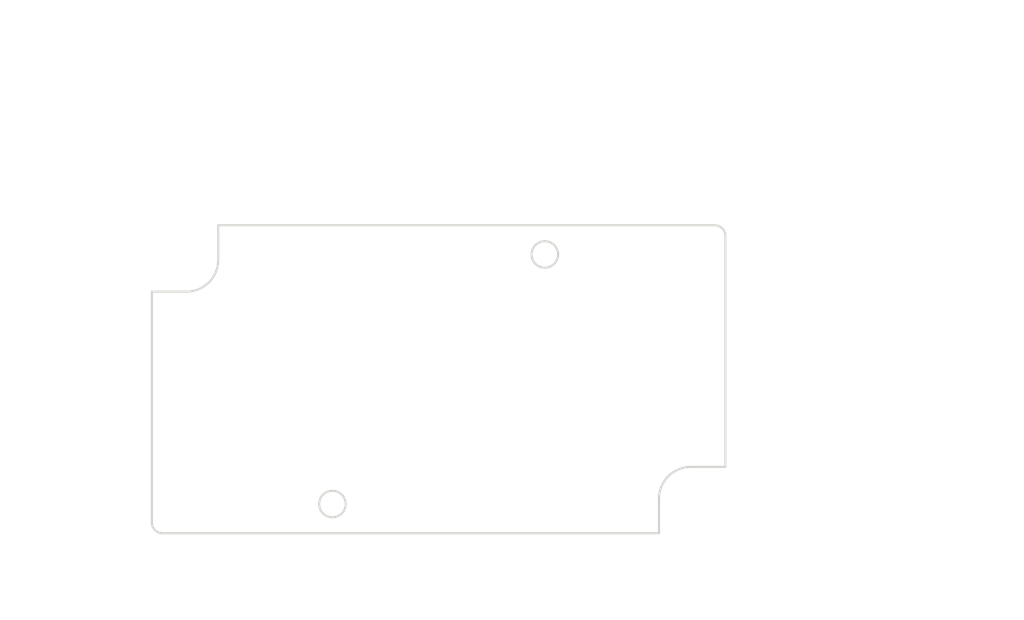
<source format=kicad_pcb>
(kicad_pcb (version 20221018) (generator pcbnew)

  (general
    (thickness 1.6)
  )

  (paper "A4")
  (layers
    (0 "F.Cu" signal)
    (31 "B.Cu" signal)
    (32 "B.Adhes" user "B.Adhesive")
    (33 "F.Adhes" user "F.Adhesive")
    (34 "B.Paste" user)
    (35 "F.Paste" user)
    (36 "B.SilkS" user "B.Silkscreen")
    (37 "F.SilkS" user "F.Silkscreen")
    (38 "B.Mask" user)
    (39 "F.Mask" user)
    (40 "Dwgs.User" user "User.Drawings")
    (41 "Cmts.User" user "User.Comments")
    (42 "Eco1.User" user "User.Eco1")
    (43 "Eco2.User" user "User.Eco2")
    (44 "Edge.Cuts" user)
    (45 "Margin" user)
    (46 "B.CrtYd" user "B.Courtyard")
    (47 "F.CrtYd" user "F.Courtyard")
    (48 "B.Fab" user)
    (49 "F.Fab" user)
  )

  (setup
    (pad_to_mask_clearance 0.051)
    (solder_mask_min_width 0.25)
    (pcbplotparams
      (layerselection 0x00010fc_ffffffff)
      (plot_on_all_layers_selection 0x0000000_00000000)
      (disableapertmacros false)
      (usegerberextensions false)
      (usegerberattributes false)
      (usegerberadvancedattributes false)
      (creategerberjobfile false)
      (dashed_line_dash_ratio 12.000000)
      (dashed_line_gap_ratio 3.000000)
      (svgprecision 4)
      (plotframeref false)
      (viasonmask false)
      (mode 1)
      (useauxorigin false)
      (hpglpennumber 1)
      (hpglpenspeed 20)
      (hpglpendiameter 15.000000)
      (dxfpolygonmode true)
      (dxfimperialunits true)
      (dxfusepcbnewfont true)
      (psnegative false)
      (psa4output false)
      (plotreference true)
      (plotvalue true)
      (plotinvisibletext false)
      (sketchpadsonfab false)
      (subtractmaskfromsilk false)
      (outputformat 1)
      (mirror false)
      (drillshape 1)
      (scaleselection 1)
      (outputdirectory "")
    )
  )

  (net 0 "")

  (gr_line (start 133.378012 115.674606) (end 109.253697 115.674606)
    (stroke (width 0.2) (type solid)) (layer "Dwgs.User") (tstamp 00881f35-b179-4948-8447-97900cbcd1a8))
  (gr_line (start 171.378012 89.424606) (end 171.378012 82.129215)
    (stroke (width 0.2) (type solid)) (layer "Dwgs.User") (tstamp 07e9942d-bcaf-4689-96e7-583481c2b905))
  (gr_line (start 152.378012 123.349605) (end 145.922623 123.349605)
    (stroke (width 0.2) (type solid)) (layer "Dwgs.User") (tstamp 0b27d066-dbc5-473d-a9dc-9ffc04c2efeb))
  (gr_line (start 172.378012 112.174606) (end 190.055546 112.174606)
    (stroke (width 0.2) (type solid)) (layer "Dwgs.User") (tstamp 116ca442-14c6-420b-9f02-84c530102c0c))
  (gr_line (start 171.378012 89.424606) (end 171.378012 68.315104)
    (stroke (width 0.2) (type solid)) (layer "Dwgs.User") (tstamp 17477937-582c-434c-90f3-c056df863998))
  (gr_line (start 171.378012 89.424606) (end 185.253629 89.424606)
    (stroke (width 0.2) (type solid)) (layer "Dwgs.User") (tstamp 1927c668-fda3-4f25-a87a-5734b3965d10))
  (gr_line (start 169.378012 77.694251) (end 146.8069 77.694251)
    (stroke (width 0.2) (type solid)) (layer "Dwgs.User") (tstamp 1bd56bac-b4ad-4da6-a81e-cc7c5a62732e))
  (gr_line (start 182.078629 100.146939) (end 180.078629 100.146939)
    (stroke (width 0.2) (type solid)) (layer "Dwgs.User") (tstamp 3941e226-055a-4b28-bcab-2137bb52c7dd))
  (gr_line (start 186.880546 91.424606) (end 186.880546 97.242171)
    (stroke (width 0.2) (type solid)) (layer "Dwgs.User") (tstamp 3a73ebb3-fbe4-4be8-b9b7-3b85aa907233))
  (gr_line (start 136.378012 123.349605) (end 137.833401 123.349605)
    (stroke (width 0.2) (type solid)) (layer "Dwgs.User") (tstamp 3d4577dc-7f92-420f-8c25-5718b007ea06))
  (gr_line (start 154.378012 93.174606) (end 154.378012 126.524605)
    (stroke (width 0.2) (type solid)) (layer "Dwgs.User") (tstamp 4035d9c9-0ba2-42d0-b7c2-3d2b4cdef1fa))
  (gr_line (start 126.276396 96.809308) (end 124.662572 95.627964)
    (stroke (width 0.2) (type solid)) (layer "Dwgs.User") (tstamp 40946293-6611-4ee5-9997-45f73f39a7e5))
  (gr_line (start 154.378012 91.174606) (end 154.378012 82.129215)
    (stroke (width 0.2) (type solid)) (layer "Dwgs.User") (tstamp 40c24cf0-f890-4bca-b5fd-3660ee058a1c))
  (gr_line (start 171.378012 89.424606) (end 198.649876 89.424606)
    (stroke (width 0.2) (type solid)) (layer "Dwgs.User") (tstamp 54214f6a-38b2-4d76-9ff3-a9d0a6f8b3e1))
  (gr_line (start 119.378012 71.490104) (end 145.083401 71.490104)
    (stroke (width 0.2) (type solid)) (layer "Dwgs.User") (tstamp 5b0b73dd-385a-4a0d-9618-b9d0946bee6b))
  (gr_line (start 117.378012 94.674606) (end 117.378012 68.315104)
    (stroke (width 0.2) (type solid)) (layer "Dwgs.User") (tstamp 62544283-d4ab-4226-bf71-17a67da151b3))
  (gr_line (start 182.078629 94.174606) (end 182.078629 100.146939)
    (stroke (width 0.2) (type solid)) (layer "Dwgs.User") (tstamp 7758ecde-5cc7-4315-9756-feeac6aeb7d3))
  (gr_line (start 182.078629 87.424606) (end 182.078629 85.424606)
    (stroke (width 0.2) (type solid)) (layer "Dwgs.User") (tstamp 7882dd7f-c04e-455d-b9d1-c2137aeeac68))
  (gr_line (start 156.378012 85.304215) (end 156.903866 85.304215)
    (stroke (width 0.2) (type solid)) (layer "Dwgs.User") (tstamp 78c48278-4339-4b50-aaa1-9ea58b30479b))
  (gr_line (start 169.378012 71.490104) (end 153.172623 71.490104)
    (stroke (width 0.2) (type solid)) (layer "Dwgs.User") (tstamp 8522dc92-4f17-4852-98e3-5840f3efa78d))
  (gr_line (start 125.628012 77.694251) (end 138.699124 77.694251)
    (stroke (width 0.2) (type solid)) (layer "Dwgs.User") (tstamp 88dcb327-7679-4e59-abea-33ba8dfbba45))
  (gr_line (start 112.428697 113.674606) (end 112.428697 107.482621)
    (stroke (width 0.2) (type solid)) (layer "Dwgs.User") (tstamp 97ac02a3-d3c6-424d-91c6-b6a25ebf71c0))
  (gr_line (start 134.378012 116.674606) (end 134.378012 126.524605)
    (stroke (width 0.2) (type solid)) (layer "Dwgs.User") (tstamp 99141f79-c4cc-484c-bfeb-2ffba4da397e))
  (gr_line (start 171.378012 89.424606) (end 190.055546 89.424606)
    (stroke (width 0.2) (type solid)) (layer "Dwgs.User") (tstamp b579960a-40b1-4e42-98d5-c72872786c6c))
  (gr_line (start 166.128012 118.424606) (end 198.649876 118.424606)
    (stroke (width 0.2) (type solid)) (layer "Dwgs.User") (tstamp c11169cb-ec56-4b65-ba74-8233f75dec3c))
  (gr_line (start 195.474876 91.424606) (end 195.474876 103.734231)
    (stroke (width 0.2) (type solid)) (layer "Dwgs.User") (tstamp ccab7d19-a990-46d3-9d2a-77a542527c02))
  (gr_line (start 155.378012 92.174606) (end 185.253629 92.174606)
    (stroke (width 0.2) (type solid)) (layer "Dwgs.User") (tstamp cd4964e1-83d9-4356-ad3b-8d4abc34cd64))
  (gr_line (start 195.474876 116.424606) (end 195.474876 110.849102)
    (stroke (width 0.2) (type solid)) (layer "Dwgs.User") (tstamp ce9cc7a4-c26d-44ce-b81c-01ac6a00add5))
  (gr_line (start 112.048943 119.926438) (end 114.048943 119.926438)
    (stroke (width 0.2) (type solid)) (layer "Dwgs.User") (tstamp cf1e92cd-34ff-4c34-a92a-c1e9eeaf2e4d))
  (gr_line (start 128.276396 96.809308) (end 126.276396 96.809308)
    (stroke (width 0.2) (type solid)) (layer "Dwgs.User") (tstamp d6e72091-733b-4076-90d5-570dbc806d5e))
  (gr_line (start 171.378012 89.424606) (end 171.378012 74.519251)
    (stroke (width 0.2) (type solid)) (layer "Dwgs.User") (tstamp e0b12ba5-08f5-4dc2-87f0-d6501eacce7a))
  (gr_line (start 169.378012 85.304215) (end 164.993088 85.304215)
    (stroke (width 0.2) (type solid)) (layer "Dwgs.User") (tstamp e5979251-8793-41fb-9423-7773095b93bb))
  (gr_line (start 112.428697 94.174606) (end 112.428697 100.366591)
    (stroke (width 0.2) (type solid)) (layer "Dwgs.User") (tstamp f2c4582d-137a-49a0-9540-be97273752a5))
  (gr_line (start 123.628012 88.424606) (end 123.628012 74.519251)
    (stroke (width 0.2) (type solid)) (layer "Dwgs.User") (tstamp f2f4575e-7e88-4c2e-a465-db1f1aeb3d73))
  (gr_line (start 186.880546 110.174606) (end 186.880546 104.357041)
    (stroke (width 0.2) (type solid)) (layer "Dwgs.User") (tstamp f67f1e0f-e121-4308-8911-bcf514794e7e))
  (gr_line (start 114.048943 119.926438) (end 115.780571 118.925705)
    (stroke (width 0.2) (type solid)) (layer "Dwgs.User") (tstamp f6d46034-4104-42e5-9972-f7efa9ccae90))
  (gr_line (start 153.378012 92.174606) (end 109.253697 92.174606)
    (stroke (width 0.2) (type solid)) (layer "Dwgs.User") (tstamp fe885134-41aa-4109-a4e8-64b80bc5cede))
  (gr_line (start 123.628012 89.424606) (end 170.378012 89.424606)
    (stroke (width 0.2) (type solid)) (layer "Edge.Cuts") (tstamp 1e8c3c4e-a684-4a8b-8f0d-bcdf7986f27c))
  (gr_circle (center 154.378012 92.174606) (end 155.628012 92.174606)
    (stroke (width 0.2) (type solid)) (fill none) (layer "Edge.Cuts") (tstamp 31c3284f-4ed8-4749-9a38-fdbcc1bf9936))
  (gr_line (start 171.378012 90.424606) (end 171.378012 112.174606)
    (stroke (width 0.2) (type solid)) (layer "Edge.Cuts") (tstamp 3362e563-375b-4567-9234-e18cdbaaad54))
  (gr_arc (start 123.628012 92.674606) (mid 122.749332 94.795926) (end 120.628012 95.674606)
    (stroke (width 0.2) (type solid)) (layer "Edge.Cuts") (tstamp 3ddb73cb-add9-4c13-8ac0-a7451e8f0e41))
  (gr_line (start 165.128012 118.424606) (end 118.378012 118.424606)
    (stroke (width 0.2) (type solid)) (layer "Edge.Cuts") (tstamp 4b45b639-08ea-4cc1-8ae9-9646b67093ce))
  (gr_line (start 165.128012 115.174606) (end 165.128012 118.424606)
    (stroke (width 0.2) (type solid)) (layer "Edge.Cuts") (tstamp 936ac344-7e40-4399-b532-d41b76d449f9))
  (gr_line (start 117.378012 95.674606) (end 120.628012 95.674606)
    (stroke (width 0.2) (type solid)) (layer "Edge.Cuts") (tstamp af12ab5e-36df-4271-8f90-fa80c8f7e078))
  (gr_arc (start 118.378012 118.424606) (mid 117.670905 118.131713) (end 117.378012 117.424606)
    (stroke (width 0.2) (type solid)) (layer "Edge.Cuts") (tstamp c1720bd9-4425-4f0d-a9bb-3fc701ee6691))
  (gr_line (start 123.628012 92.674606) (end 123.628012 89.424606)
    (stroke (width 0.2) (type solid)) (layer "Edge.Cuts") (tstamp c33e93eb-f4da-4927-951c-0e89f829ae5f))
  (gr_circle (center 134.378012 115.674606) (end 135.628012 115.674606)
    (stroke (width 0.2) (type solid)) (fill none) (layer "Edge.Cuts") (tstamp dfe877eb-94fa-4ae8-96c0-a76b8b49a521))
  (gr_arc (start 170.378012 89.424606) (mid 171.085119 89.717499) (end 171.378012 90.424606)
    (stroke (width 0.2) (type solid)) (layer "Edge.Cuts") (tstamp e09fef6b-f476-47f7-878f-c00100f41f9b))
  (gr_line (start 117.378012 117.424606) (end 117.378012 95.674606)
    (stroke (width 0.2) (type solid)) (layer "Edge.Cuts") (tstamp f03f16e7-8289-46f1-be1d-84a1c257a156))
  (gr_arc (start 165.128012 115.174606) (mid 166.006692 113.053286) (end 168.128012 112.174606)
    (stroke (width 0.2) (type solid)) (layer "Edge.Cuts") (tstamp f360bc1c-4969-4391-a254-10f689dbf46d))
  (gr_line (start 171.378012 112.174606) (end 168.128012 112.174606)
    (stroke (width 0.2) (type solid)) (layer "Edge.Cuts") (tstamp ff79473b-0b0e-43d2-92b7-491396fd0734))
  (gr_text " 23.50" (at 112.428697 102.256052) (layer "Dwgs.User") (tstamp 0318eceb-f9ff-4397-8a63-492a4767202f)
    (effects (font (size 1.7 1.53) (thickness 0.2125)))
  )
  (gr_text " 29.00" (at 195.474876 105.623692) (layer "Dwgs.User") (tstamp 0b0fdc0e-f177-4ddf-a7c4-370768d408d2)
    (effects (font (size 1.7 1.53) (thickness 0.2125)))
  )
  (gr_text " 20.00" (at 141.878012 121.681631) (layer "Dwgs.User") (tstamp 0b15bfa3-9be4-42f8-9b49-2d81caecd6e1)
    (effects (font (size 1.7 1.53) (thickness 0.2125)))
  )
  (gr_text "[1.88]" (at 142.753012 79.583712) (layer "Dwgs.User") (tstamp 0eaeeb33-9b4a-474f-a934-c89d28d41c45)
    (effects (font (size 1.7 1.53) (thickness 0.2125)))
  )
  (gr_text " R3.00" (at 132.747167 95.140754) (layer "Dwgs.User") (tstamp 397bb3ff-dad9-4598-8dea-758998430aad)
    (effects (font (size 1.7 1.53) (thickness 0.2125)))
  )
  (gr_text " 54.00" (at 149.128012 69.82213) (layer "Dwgs.User") (tstamp 3a847d98-2215-4794-8f54-43d427757c05)
    (effects (font (size 1.7 1.53) (thickness 0.2125)))
  )
  (gr_text "[1.14]" (at 195.474876 109.181128) (layer "Dwgs.User") (tstamp 3dbaac32-7113-4839-93b4-3f57685c298b)
    (effects (font (size 1.7 1.53) (thickness 0.2125)))
  )
  (gr_text " 47.75" (at 142.753012 76.029756) (layer "Dwgs.User") (tstamp 585f045b-ef13-4262-8bcb-e26f1b5bca92)
    (effects (font (size 1.7 1.53) (thickness 0.2125)))
  )
  (gr_text " R1.00" (at 107.578172 118.258464) (layer "Dwgs.User") (tstamp 613e6bff-cd62-4926-8f81-ea557f0662e2)
    (effects (font (size 1.7 1.53) (thickness 0.2125)))
  )
  (gr_text " 2.75" (at 176.685144 98.478964) (layer "Dwgs.User") (tstamp 7a2f55b9-d7c5-4f92-9fa1-4db5d977acd2)
    (effects (font (size 1.7 1.53) (thickness 0.2125)))
  )
  (gr_text "[R0.04]" (at 107.578172 121.815899) (layer "Dwgs.User") (tstamp 90a74bb5-703a-4aa8-a55a-2f83409ae0ab)
    (effects (font (size 1.7 1.53) (thickness 0.2125)))
  )
  (gr_text "[.93]" (at 112.428697 105.814067) (layer "Dwgs.User") (tstamp 98ac0067-a7cb-4b69-8a7c-7f8aeaea112e)
    (effects (font (size 1.7 1.53) (thickness 0.2125)))
  )
  (gr_text "[.79]" (at 141.878012 125.239066) (layer "Dwgs.User") (tstamp b25d16b9-5a96-4f04-93fc-793bcb45ca9f)
    (effects (font (size 1.7 1.53) (thickness 0.2125)))
  )
  (gr_text " 22.75" (at 186.880546 99.131632) (layer "Dwgs.User") (tstamp b4bcb252-91fe-4d53-bc4c-d7122e3ad1ad)
    (effects (font (size 1.7 1.53) (thickness 0.2125)))
  )
  (gr_text "[2.13]" (at 149.128012 73.379566) (layer "Dwgs.User") (tstamp c98bbc22-e0b4-4185-a851-7338fc7a06a7)
    (effects (font (size 1.7 1.53) (thickness 0.2125)))
  )
  (gr_text " 17.00" (at 160.948477 83.636241) (layer "Dwgs.User") (tstamp ca6e59cd-4773-4d18-9dd2-c6abeac9f6c4)
    (effects (font (size 1.7 1.53) (thickness 0.2125)))
  )
  (gr_text "[R0.12]" (at 132.747167 98.698769) (layer "Dwgs.User") (tstamp d2a04545-5026-4516-8d0e-8bdf96c8501f)
    (effects (font (size 1.7 1.53) (thickness 0.2125)))
  )
  (gr_text "[.67]" (at 160.948477 87.193676) (layer "Dwgs.User") (tstamp de938aa5-a06a-4f9b-9a93-a643f834af3d)
    (effects (font (size 1.7 1.53) (thickness 0.2125)))
  )
  (gr_text "[.11]" (at 176.685144 102.0364) (layer "Dwgs.User") (tstamp e917675c-c2c8-4b68-9cb5-e09b0c292f48)
    (effects (font (size 1.7 1.53) (thickness 0.2125)))
  )
  (gr_text "[.90]" (at 186.880546 102.689067) (layer "Dwgs.User") (tstamp fe973636-7263-474f-9403-5172aa4978bc)
    (effects (font (size 1.7 1.53) (thickness 0.2125)))
  )

)

</source>
